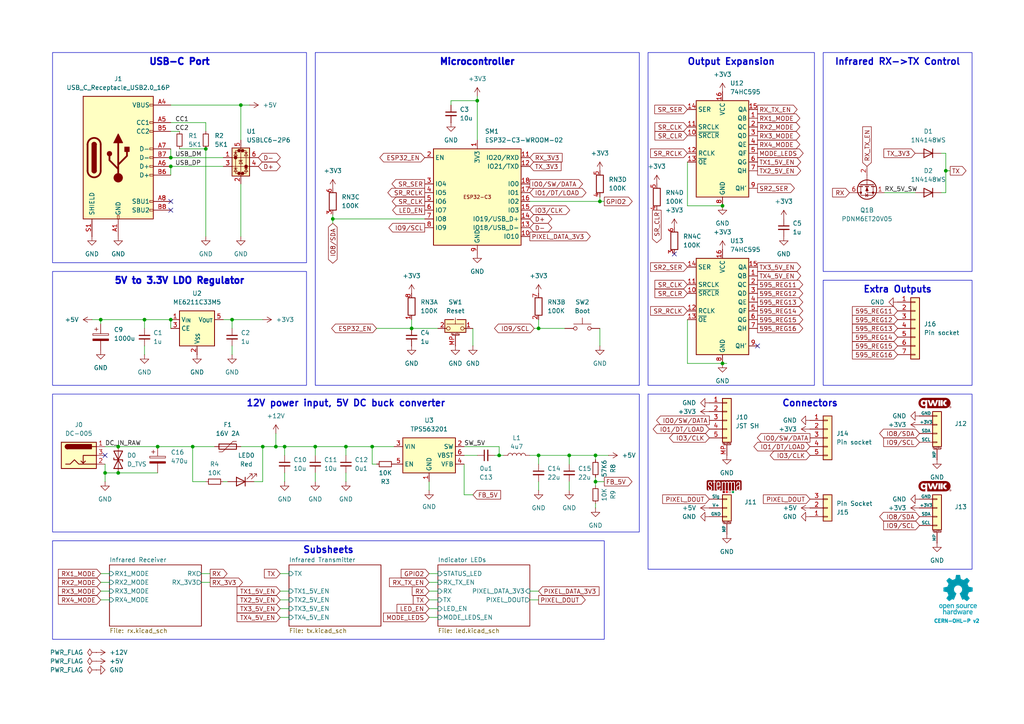
<source format=kicad_sch>
(kicad_sch (version 20231120) (generator "eeschema") (generator_version "8.0")
  (paper "A4")
  (junction (at 209.55 105.41))
  (junction (at 55.88 129.54))
  (junction (at 172.72 139.7))
  (junction (at 49.53 92.71))
  (junction (at 59.69 43.18))
  (junction (at 274.32 49.53))
  (junction (at 91.44 129.54))
  (junction (at 30.48 137.16))
  (junction (at 34.29 137.16))
  (junction (at 96.52 63.5))
  (junction (at 156.21 132.08))
  (junction (at 69.85 30.48))
  (junction (at 209.55 59.69))
  (junction (at 82.55 129.54))
  (junction (at 29.21 92.71))
  (junction (at 67.31 92.71))
  (junction (at 165.1 132.08))
  (junction (at 100.33 129.54))
  (junction (at 119.38 95.25))
  (junction (at 49.53 48.26))
  (junction (at 49.53 45.72))
  (junction (at 45.72 129.54))
  (junction (at 173.99 58.42))
  (junction (at 156.21 95.25))
  (junction (at 80.01 129.54))
  (junction (at 41.91 92.71))
  (junction (at 34.29 129.54))
  (junction (at 172.72 132.08))
  (junction (at 138.43 29.21))
  (junction (at 76.2 129.54))
  (junction (at 107.95 129.54))
  (junction (at 144.78 132.08))
  (no_connect (at 195.58 73.66))
  (no_connect (at 49.53 60.96))
  (no_connect (at 30.48 132.08))
  (no_connect (at 219.71 100.33))
  (no_connect (at 49.53 58.42))
  (wire (pts (xy 138.43 29.21) (xy 138.43 27.94)))
  (wire (pts (xy 156.21 92.71) (xy 156.21 95.25)))
  (wire (pts (xy 59.69 35.56) (xy 59.69 38.1)))
  (wire (pts (xy 30.48 134.62) (xy 30.48 137.16)))
  (wire (pts (xy 209.55 105.41) (xy 199.39 105.41)))
  (wire (pts (xy 82.55 129.54) (xy 91.44 129.54)))
  (wire (pts (xy 41.91 92.71) (xy 49.53 92.71)))
  (wire (pts (xy 55.88 139.7) (xy 59.69 139.7)))
  (wire (pts (xy 49.53 35.56) (xy 59.69 35.56)))
  (wire (pts (xy 81.28 173.99) (xy 83.82 173.99)))
  (wire (pts (xy 273.05 44.45) (xy 274.32 44.45)))
  (wire (pts (xy 34.29 129.54) (xy 45.72 129.54)))
  (wire (pts (xy 156.21 132.08) (xy 156.21 134.62)))
  (wire (pts (xy 64.77 48.26) (xy 49.53 48.26)))
  (wire (pts (xy 124.46 168.91) (xy 127 168.91)))
  (wire (pts (xy 119.38 95.25) (xy 127 95.25)))
  (wire (pts (xy 172.72 139.7) (xy 172.72 140.97)))
  (wire (pts (xy 58.42 168.91) (xy 60.96 168.91)))
  (wire (pts (xy 100.33 132.08) (xy 100.33 129.54)))
  (wire (pts (xy 29.21 171.45) (xy 31.75 171.45)))
  (wire (pts (xy 156.21 95.25) (xy 163.83 95.25)))
  (wire (pts (xy 165.1 142.24) (xy 165.1 139.7)))
  (wire (pts (xy 165.1 132.08) (xy 172.72 132.08)))
  (wire (pts (xy 124.46 179.07) (xy 127 179.07)))
  (wire (pts (xy 81.28 176.53) (xy 83.82 176.53)))
  (wire (pts (xy 82.55 139.7) (xy 82.55 137.16)))
  (wire (pts (xy 124.46 173.99) (xy 127 173.99)))
  (wire (pts (xy 199.39 59.69) (xy 209.55 59.69)))
  (wire (pts (xy 45.72 129.54) (xy 55.88 129.54)))
  (wire (pts (xy 69.85 68.58) (xy 69.85 53.34)))
  (wire (pts (xy 143.51 132.08) (xy 144.78 132.08)))
  (wire (pts (xy 274.32 49.53) (xy 274.32 55.88)))
  (wire (pts (xy 144.78 132.08) (xy 146.05 132.08)))
  (wire (pts (xy 69.85 30.48) (xy 69.85 40.64)))
  (wire (pts (xy 100.33 129.54) (xy 107.95 129.54)))
  (wire (pts (xy 137.16 100.33) (xy 137.16 95.25)))
  (wire (pts (xy 29.21 92.71) (xy 29.21 93.98)))
  (wire (pts (xy 173.99 57.15) (xy 173.99 58.42)))
  (wire (pts (xy 172.72 138.43) (xy 172.72 139.7)))
  (wire (pts (xy 172.72 139.7) (xy 175.26 139.7)))
  (wire (pts (xy 210.82 105.41) (xy 209.55 105.41)))
  (wire (pts (xy 119.38 92.71) (xy 119.38 95.25)))
  (wire (pts (xy 91.44 132.08) (xy 91.44 129.54)))
  (wire (pts (xy 67.31 95.25) (xy 67.31 92.71)))
  (wire (pts (xy 134.62 143.51) (xy 137.16 143.51)))
  (wire (pts (xy 256.54 55.88) (xy 265.43 55.88)))
  (wire (pts (xy 80.01 129.54) (xy 82.55 129.54)))
  (wire (pts (xy 76.2 92.71) (xy 67.31 92.71)))
  (wire (pts (xy 91.44 139.7) (xy 91.44 137.16)))
  (wire (pts (xy 41.91 100.33) (xy 41.91 102.87)))
  (wire (pts (xy 199.39 46.99) (xy 199.39 59.69)))
  (wire (pts (xy 156.21 142.24) (xy 156.21 139.7)))
  (wire (pts (xy 153.67 132.08) (xy 156.21 132.08)))
  (wire (pts (xy 49.53 43.18) (xy 49.53 45.72)))
  (wire (pts (xy 30.48 137.16) (xy 34.29 137.16)))
  (wire (pts (xy 55.88 129.54) (xy 55.88 139.7)))
  (wire (pts (xy 154.94 95.25) (xy 156.21 95.25)))
  (wire (pts (xy 96.52 62.23) (xy 96.52 63.5)))
  (wire (pts (xy 81.28 166.37) (xy 83.82 166.37)))
  (wire (pts (xy 29.21 168.91) (xy 31.75 168.91)))
  (wire (pts (xy 109.22 95.25) (xy 119.38 95.25)))
  (wire (pts (xy 274.32 49.53) (xy 275.59 49.53)))
  (wire (pts (xy 76.2 139.7) (xy 73.66 139.7)))
  (wire (pts (xy 34.29 137.16) (xy 45.72 137.16)))
  (wire (pts (xy 49.53 48.26) (xy 49.53 50.8)))
  (wire (pts (xy 130.81 29.21) (xy 138.43 29.21)))
  (wire (pts (xy 153.67 58.42) (xy 173.99 58.42)))
  (wire (pts (xy 173.99 58.42) (xy 175.26 58.42)))
  (wire (pts (xy 67.31 92.71) (xy 64.77 92.71)))
  (wire (pts (xy 29.21 92.71) (xy 26.67 92.71)))
  (wire (pts (xy 96.52 64.77) (xy 96.52 63.5)))
  (wire (pts (xy 156.21 171.45) (xy 153.67 171.45)))
  (wire (pts (xy 55.88 129.54) (xy 62.23 129.54)))
  (wire (pts (xy 69.85 129.54) (xy 76.2 129.54)))
  (wire (pts (xy 82.55 132.08) (xy 82.55 129.54)))
  (wire (pts (xy 124.46 176.53) (xy 127 176.53)))
  (wire (pts (xy 67.31 100.33) (xy 67.31 102.87)))
  (wire (pts (xy 76.2 129.54) (xy 80.01 129.54)))
  (wire (pts (xy 156.21 173.99) (xy 153.67 173.99)))
  (wire (pts (xy 91.44 129.54) (xy 100.33 129.54)))
  (wire (pts (xy 29.21 166.37) (xy 31.75 166.37)))
  (wire (pts (xy 49.53 30.48) (xy 69.85 30.48)))
  (wire (pts (xy 64.77 139.7) (xy 66.04 139.7)))
  (wire (pts (xy 30.48 137.16) (xy 30.48 139.7)))
  (wire (pts (xy 134.62 129.54) (xy 144.78 129.54)))
  (wire (pts (xy 134.62 132.08) (xy 138.43 132.08)))
  (wire (pts (xy 138.43 29.21) (xy 138.43 40.64)))
  (wire (pts (xy 30.48 129.54) (xy 34.29 129.54)))
  (wire (pts (xy 52.07 43.18) (xy 59.69 43.18)))
  (wire (pts (xy 29.21 173.99) (xy 31.75 173.99)))
  (wire (pts (xy 96.52 63.5) (xy 123.19 63.5)))
  (wire (pts (xy 64.77 45.72) (xy 49.53 45.72)))
  (wire (pts (xy 173.99 100.33) (xy 173.99 95.25)))
  (wire (pts (xy 59.69 43.18) (xy 59.69 68.58)))
  (wire (pts (xy 172.72 147.32) (xy 172.72 146.05)))
  (wire (pts (xy 274.32 44.45) (xy 274.32 49.53)))
  (wire (pts (xy 156.21 132.08) (xy 165.1 132.08)))
  (wire (pts (xy 144.78 129.54) (xy 144.78 132.08)))
  (wire (pts (xy 41.91 95.25) (xy 41.91 92.71)))
  (wire (pts (xy 81.28 171.45) (xy 83.82 171.45)))
  (wire (pts (xy 72.39 30.48) (xy 69.85 30.48)))
  (wire (pts (xy 76.2 129.54) (xy 76.2 139.7)))
  (wire (pts (xy 107.95 134.62) (xy 109.22 134.62)))
  (wire (pts (xy 134.62 134.62) (xy 134.62 143.51)))
  (wire (pts (xy 107.95 134.62) (xy 107.95 129.54)))
  (wire (pts (xy 172.72 132.08) (xy 176.53 132.08)))
  (wire (pts (xy 81.28 179.07) (xy 83.82 179.07)))
  (wire (pts (xy 41.91 92.71) (xy 29.21 92.71)))
  (wire (pts (xy 100.33 139.7) (xy 100.33 137.16)))
  (wire (pts (xy 58.42 166.37) (xy 60.96 166.37)))
  (wire (pts (xy 130.81 30.48) (xy 130.81 29.21)))
  (wire (pts (xy 80.01 125.73) (xy 80.01 129.54)))
  (wire (pts (xy 172.72 133.35) (xy 172.72 132.08)))
  (wire (pts (xy 124.46 142.24) (xy 124.46 139.7)))
  (wire (pts (xy 273.05 55.88) (xy 274.32 55.88)))
  (wire (pts (xy 124.46 171.45) (xy 127 171.45)))
  (wire (pts (xy 52.07 38.1) (xy 49.53 38.1)))
  (wire (pts (xy 124.46 166.37) (xy 127 166.37)))
  (wire (pts (xy 107.95 129.54) (xy 114.3 129.54)))
  (wire (pts (xy 165.1 134.62) (xy 165.1 132.08)))
  (wire (pts (xy 199.39 105.41) (xy 199.39 92.71)))
  (wire (pts (xy 49.53 92.71) (xy 49.53 95.25)))
  (image (at 277.876 172.466) (scale 0.1691))
  (text_box "5V to 3.3V LDO Regulator" (at 88.9 78.74 0) (size -73.66 33.02) (effects (font (size 1.905 1.905) (thickness 0.508) (bold yes)) (justify top)))
  (text_box "Connectors" (at 187.96 114.3 0) (size 93.98 50.8) (effects (font (size 1.905 1.905) (thickness 0.381) (bold yes)) (justify top)))
  (text_box "Output Expansion" (at 187.96 15.24 0) (size 48.26 96.52) (effects (font (size 1.905 1.905) (thickness 0.381) (bold yes)) (justify top)))
  (text_box "12V power input, 5V DC buck converter" (at 15.24 114.3 0) (size 170.18 40.005) (effects (font (size 1.905 1.905) (thickness 0.381) (bold yes)) (justify top)))
  (text_box "Infrared RX->TX Control" (at 238.76 15.24 0) (size 43.18 63.5) (effects (font (size 1.905 1.905) (thickness 0.381) (bold yes)) (justify top)))
  (text_box "Subsheets" (at 15.24 156.845 0) (size 160.02 28.575) (effects (font (size 1.905 1.905) (thickness 0.381) (bold yes)) (justify top)))
  (text_box "USB-C Port" (at 15.24 15.24 0) (size 73.66 60.96) (effects (font (size 1.905 1.905) (thickness 0.508) (bold yes)) (justify top)))
  (text_box "Microcontroller" (at 91.44 15.24 0) (size 93.98 96.52) (effects (font (size 1.905 1.905) (thickness 0.508) (bold yes)) (justify top)))
  (text_box "Extra Outputs" (at 238.76 81.28 0) (size 43.18 30.48) (effects (font (size 1.905 1.905) (thickness 0.381) (bold yes)) (justify top)))
  (text "CERN-OHL-P v2" (at 277.495 180.34 0) (effects (font (size 1.016 1.016) (thickness 0.4) (bold yes))))
  (label "SW_5V" (at 134.62 129.54 0))
  (label "RX_5V_SW" (at 256.54 55.88 0))
  (label "USB_DP" (at 50.8 48.26 0))
  (label "CC2" (at 50.8 38.1 0))
  (label "DC_IN_RAW" (at 30.48 129.54 0))
  (label "USB_DM" (at 50.8 45.72 0))
  (label "CC1" (at 50.8 35.56 0))
  (global_label "IO9/SCL" (shape bidirectional) (at 154.94 95.25 180) (property "Intersheetrefs" "${INTERSHEET_REFS}" (effects (hide yes))))
  (global_label "595_REG13" (shape output) (at 219.71 87.63 0) (property "Intersheetrefs" "${INTERSHEET_REFS}" (effects (hide yes))))
  (global_label "595_REG12" (shape output) (at 219.71 85.09 0) (property "Intersheetrefs" "${INTERSHEET_REFS}" (effects (hide yes))))
  (global_label "IO0/SW/DATA" (shape output) (at 153.67 53.34 0) (property "Intersheetrefs" "${INTERSHEET_REFS}" (effects (hide yes))))
  (global_label "RX_3V3" (shape output) (at 60.96 168.91 0) (property "Intersheetrefs" "${INTERSHEET_REFS}" (effects (hide yes))))
  (global_label "SR2_SER" (shape input) (at 199.39 77.47 180) (property "Intersheetrefs" "${INTERSHEET_REFS}" (effects (hide yes))))
  (global_label "RX_TX_EN" (shape input) (at 124.46 168.91 180) (property "Intersheetrefs" "${INTERSHEET_REFS}" (effects (hide yes))))
  (global_label "FB_5V" (shape output) (at 175.26 139.7 0) (property "Intersheetrefs" "${INTERSHEET_REFS}" (effects (hide yes))))
  (global_label "RX3_MODE" (shape output) (at 219.71 39.37 0) (property "Intersheetrefs" "${INTERSHEET_REFS}" (effects (hide yes))))
  (global_label "LED_EN" (shape input) (at 124.46 176.53 180) (property "Intersheetrefs" "${INTERSHEET_REFS}" (effects (hide yes))))
  (global_label "MODE_LEDS" (shape input) (at 124.46 179.07 180) (property "Intersheetrefs" "${INTERSHEET_REFS}" (effects (hide yes))))
  (global_label "IO0/SW/DATA" (shape output) (at 205.74 121.92 180) (property "Intersheetrefs" "${INTERSHEET_REFS}" (effects (hide yes))))
  (global_label "RX" (shape input) (at 124.46 171.45 180) (property "Intersheetrefs" "${INTERSHEET_REFS}" (effects (hide yes))))
  (global_label "595_REG15" (shape output) (at 219.71 92.71 0) (property "Intersheetrefs" "${INTERSHEET_REFS}" (effects (hide yes))))
  (global_label "MODE_LEDS" (shape output) (at 219.71 44.45 0) (property "Intersheetrefs" "${INTERSHEET_REFS}" (effects (hide yes))))
  (global_label "595_REG14" (shape input) (at 260.35 97.79 180) (property "Intersheetrefs" "${INTERSHEET_REFS}" (effects (hide yes))))
  (global_label "PIXEL_DOUT" (shape input) (at 234.95 144.78 180) (property "Intersheetrefs" "${INTERSHEET_REFS}" (effects (hide yes))))
  (global_label "PIXEL_DOUT" (shape input) (at 205.74 144.78 180) (property "Intersheetrefs" "${INTERSHEET_REFS}" (effects (hide yes))))
  (global_label "RX_3V3" (shape input) (at 153.67 45.72 0) (property "Intersheetrefs" "${INTERSHEET_REFS}" (effects (hide yes))))
  (global_label "TX" (shape input) (at 81.28 166.37 180) (property "Intersheetrefs" "${INTERSHEET_REFS}" (effects (hide yes))))
  (global_label "595_REG11" (shape output) (at 219.71 82.55 0) (property "Intersheetrefs" "${INTERSHEET_REFS}" (effects (hide yes))))
  (global_label "595_REG14" (shape output) (at 219.71 90.17 0) (property "Intersheetrefs" "${INTERSHEET_REFS}" (effects (hide yes))))
  (global_label "TX_3V3" (shape input) (at 265.43 44.45 180) (property "Intersheetrefs" "${INTERSHEET_REFS}" (effects (hide yes))))
  (global_label "TX2_5V_EN" (shape input) (at 81.28 173.99 180) (property "Intersheetrefs" "${INTERSHEET_REFS}" (effects (hide yes))))
  (global_label "TX3_5V_EN" (shape output) (at 219.71 77.47 0) (property "Intersheetrefs" "${INTERSHEET_REFS}" (effects (hide yes))))
  (global_label "PIXEL_DOUT" (shape output) (at 156.21 173.99 0) (property "Intersheetrefs" "${INTERSHEET_REFS}" (effects (hide yes))))
  (global_label "595_REG15" (shape input) (at 260.35 100.33 180) (property "Intersheetrefs" "${INTERSHEET_REFS}" (effects (hide yes))))
  (global_label "RX1_MODE" (shape input) (at 29.21 166.37 180) (property "Intersheetrefs" "${INTERSHEET_REFS}" (effects (hide yes))))
  (global_label "IO8/SDA" (shape bidirectional) (at 266.7 125.73 180) (property "Intersheetrefs" "${INTERSHEET_REFS}" (effects (hide yes))))
  (global_label "IO1/DT/LOAD" (shape bidirectional) (at 205.74 124.46 180) (property "Intersheetrefs" "${INTERSHEET_REFS}" (effects (hide yes))))
  (global_label "RX2_MODE" (shape input) (at 29.21 168.91 180) (property "Intersheetrefs" "${INTERSHEET_REFS}" (effects (hide yes))))
  (global_label "RX" (shape input) (at 246.38 55.88 180) (property "Intersheetrefs" "${INTERSHEET_REFS}" (effects (hide yes))))
  (global_label "GPIO2" (shape output) (at 175.26 58.42 0) (property "Intersheetrefs" "${INTERSHEET_REFS}" (effects (hide yes))))
  (global_label "SR_SER" (shape output) (at 123.19 53.34 180) (property "Intersheetrefs" "${INTERSHEET_REFS}" (effects (hide yes))))
  (global_label "D+" (shape bidirectional) (at 74.93 48.26 0) (property "Intersheetrefs" "${INTERSHEET_REFS}" (effects (hide yes))))
  (global_label "PIXEL_DATA_3V3" (shape input) (at 156.21 171.45 0) (property "Intersheetrefs" "${INTERSHEET_REFS}" (effects (hide yes))))
  (global_label "TX2_5V_EN" (shape output) (at 219.71 49.53 0) (property "Intersheetrefs" "${INTERSHEET_REFS}" (effects (hide yes))))
  (global_label "IO9/SCL" (shape input) (at 266.7 152.4 180) (property "Intersheetrefs" "${INTERSHEET_REFS}" (effects (hide yes))))
  (global_label "595_REG16" (shape output) (at 219.71 95.25 0) (property "Intersheetrefs" "${INTERSHEET_REFS}" (effects (hide yes))))
  (global_label "IO1/DT/LOAD" (shape bidirectional) (at 153.67 55.88 0) (property "Intersheetrefs" "${INTERSHEET_REFS}" (effects (hide yes))))
  (global_label "SR_CLK" (shape input) (at 199.39 82.55 180) (property "Intersheetrefs" "${INTERSHEET_REFS}" (effects (hide yes))))
  (global_label "FB_5V" (shape input) (at 137.16 143.51 0) (property "Intersheetrefs" "${INTERSHEET_REFS}" (effects (hide yes))))
  (global_label "PIXEL_DATA_3V3" (shape output) (at 153.67 68.58 0) (property "Intersheetrefs" "${INTERSHEET_REFS}" (effects (hide yes))))
  (global_label "RX4_MODE" (shape output) (at 219.71 41.91 0) (property "Intersheetrefs" "${INTERSHEET_REFS}" (effects (hide yes))))
  (global_label "SR_CLR" (shape input) (at 199.39 85.09 180) (property "Intersheetrefs" "${INTERSHEET_REFS}" (effects (hide yes))))
  (global_label "IO8/SDA" (shape bidirectional) (at 266.7 149.86 180) (property "Intersheetrefs" "${INTERSHEET_REFS}" (effects (hide yes))))
  (global_label "SR_RCLK" (shape input) (at 199.39 90.17 180) (property "Intersheetrefs" "${INTERSHEET_REFS}" (effects (hide yes))))
  (global_label "TX" (shape output) (at 275.59 49.53 0) (property "Intersheetrefs" "${INTERSHEET_REFS}" (effects (hide yes))))
  (global_label "IO3/CLK" (shape bidirectional) (at 153.67 60.96 0) (property "Intersheetrefs" "${INTERSHEET_REFS}" (effects (hide yes))))
  (global_label "TX3_5V_EN" (shape input) (at 81.28 176.53 180) (property "Intersheetrefs" "${INTERSHEET_REFS}" (effects (hide yes))))
  (global_label "IO9/SCL" (shape output) (at 123.19 66.04 180) (property "Intersheetrefs" "${INTERSHEET_REFS}" (effects (hide yes))))
  (global_label "RX" (shape output) (at 60.96 166.37 0) (property "Intersheetrefs" "${INTERSHEET_REFS}" (effects (hide yes))))
  (global_label "IO9/SCL" (shape input) (at 266.7 128.27 180) (property "Intersheetrefs" "${INTERSHEET_REFS}" (effects (hide yes))))
  (global_label "IO8/SDA" (shape bidirectional) (at 96.52 64.77 270) (property "Intersheetrefs" "${INTERSHEET_REFS}" (effects (hide yes))))
  (global_label "IO1/DT/LOAD" (shape bidirectional) (at 234.95 129.54 180) (property "Intersheetrefs" "${INTERSHEET_REFS}" (effects (hide yes))))
  (global_label "D+" (shape bidirectional) (at 153.67 63.5 0) (property "Intersheetrefs" "${INTERSHEET_REFS}" (effects (hide yes))))
  (global_label "595_REG11" (shape input) (at 260.35 90.17 180) (property "Intersheetrefs" "${INTERSHEET_REFS}" (effects (hide yes))))
  (global_label "TX1_5V_EN" (shape output) (at 219.71 46.99 0) (property "Intersheetrefs" "${INTERSHEET_REFS}" (effects (hide yes))))
  (global_label "SR_SER" (shape input) (at 199.39 31.75 180) (property "Intersheetrefs" "${INTERSHEET_REFS}" (effects (hide yes))))
  (global_label "RX4_MODE" (shape input) (at 29.21 173.99 180) (property "Intersheetrefs" "${INTERSHEET_REFS}" (effects (hide yes))))
  (global_label "IO0/SW/DATA" (shape output) (at 234.95 127 180) (property "Intersheetrefs" "${INTERSHEET_REFS}" (effects (hide yes))))
  (global_label "RX3_MODE" (shape input) (at 29.21 171.45 180) (property "Intersheetrefs" "${INTERSHEET_REFS}" (effects (hide yes))))
  (global_label "SR_CLK" (shape input) (at 199.39 36.83 180) (property "Intersheetrefs" "${INTERSHEET_REFS}" (effects (hide yes))))
  (global_label "595_REG13" (shape input) (at 260.35 95.25 180) (property "Intersheetrefs" "${INTERSHEET_REFS}" (effects (hide yes))))
  (global_label "GPIO2" (shape input) (at 124.46 166.37 180) (property "Intersheetrefs" "${INTERSHEET_REFS}" (effects (hide yes))))
  (global_label "RX1_MODE" (shape output) (at 219.71 34.29 0) (property "Intersheetrefs" "${INTERSHEET_REFS}" (effects (hide yes))))
  (global_label "D-" (shape bidirectional) (at 153.67 66.04 0) (property "Intersheetrefs" "${INTERSHEET_REFS}" (effects (hide yes))))
  (global_label "D-" (shape bidirectional) (at 74.93 45.72 0) (property "Intersheetrefs" "${INTERSHEET_REFS}" (effects (hide yes))))
  (global_label "TX" (shape input) (at 124.46 173.99 180) (property "Intersheetrefs" "${INTERSHEET_REFS}" (effects (hide yes))))
  (global_label "IO3/CLK" (shape bidirectional) (at 234.95 132.08 180) (property "Intersheetrefs" "${INTERSHEET_REFS}" (effects (hide yes))))
  (global_label "595_REG12" (shape input) (at 260.35 92.71 180) (property "Intersheetrefs" "${INTERSHEET_REFS}" (effects (hide yes))))
  (global_label "IO3/CLK" (shape bidirectional) (at 205.74 127 180) (property "Intersheetrefs" "${INTERSHEET_REFS}" (effects (hide yes))))
  (global_label "SR_RCLK" (shape input) (at 199.39 44.45 180) (property "Intersheetrefs" "${INTERSHEET_REFS}" (effects (hide yes))))
  (global_label "RX_TX_EN" (shape output) (at 219.71 31.75 0) (property "Intersheetrefs" "${INTERSHEET_REFS}" (effects (hide yes))))
  (global_label "ESP32_EN" (shape bidirectional) (at 109.22 95.25 180) (property "Intersheetrefs" "${INTERSHEET_REFS}" (effects (hide yes))))
  (global_label "RX_TX_EN" (shape input) (at 251.46 48.26 90) (property "Intersheetrefs" "${INTERSHEET_REFS}" (effects (hide yes))))
  (global_label "SR_RCLK" (shape output) (at 123.19 55.88 180) (property "Intersheetrefs" "${INTERSHEET_REFS}" (effects (hide yes))))
  (global_label "RX2_MODE" (shape output) (at 219.71 36.83 0) (property "Intersheetrefs" "${INTERSHEET_REFS}" (effects (hide yes))))
  (global_label "TX4_5V_EN" (shape input) (at 81.28 179.07 180) (property "Intersheetrefs" "${INTERSHEET_REFS}" (effects (hide yes))))
  (global_label "TX4_5V_EN" (shape output) (at 219.71 80.01 0) (property "Intersheetrefs" "${INTERSHEET_REFS}" (effects (hide yes))))
  (global_label "LED_EN" (shape output) (at 123.19 60.96 180) (property "Intersheetrefs" "${INTERSHEET_REFS}" (effects (hide yes))))
  (global_label "TX1_5V_EN" (shape input) (at 81.28 171.45 180) (property "Intersheetrefs" "${INTERSHEET_REFS}" (effects (hide yes))))
  (global_label "TX_3V3" (shape input) (at 153.67 48.26 0) (property "Intersheetrefs" "${INTERSHEET_REFS}" (effects (hide yes))))
  (global_label "SR2_SER" (shape output) (at 219.71 54.61 0) (property "Intersheetrefs" "${INTERSHEET_REFS}" (effects (hide yes))))
  (global_label "595_REG16" (shape input) (at 260.35 102.87 180) (property "Intersheetrefs" "${INTERSHEET_REFS}" (effects (hide yes))))
  (global_label "SR_CLK" (shape output) (at 123.19 58.42 180) (property "Intersheetrefs" "${INTERSHEET_REFS}" (effects (hide yes))))
  (global_label "SR_CLR" (shape output) (at 190.5 60.96 270) (property "Intersheetrefs" "${INTERSHEET_REFS}" (effects (hide yes))))
  (global_label "ESP32_EN" (shape bidirectional) (at 123.19 45.72 180) (property "Intersheetrefs" "${INTERSHEET_REFS}" (effects (hide yes))))
  (global_label "SR_CLR" (shape input) (at 199.39 39.37 180) (property "Intersheetrefs" "${INTERSHEET_REFS}" (effects (hide yes))))
  (symbol (lib_id "power:GND") (at 59.69 68.58 0) (unit 1)
    (property "Reference" "#PWR01" (effects (hide yes)))
    (property "Value" "GND" (at 59.69 73.66 0))
    (property "Description" "Power symbol creates a global label with name \"GND\" , ground" (effects (hide yes)))
  )
  (symbol (lib_id "power:GND") (at 209.55 105.41 0) (unit 1)
    (property "Reference" "#PWR0117" (effects (hide yes)))
    (property "Value" "GND" (at 209.55 110.49 0))
    (property "Description" "Power symbol creates a global label with name \"GND\" , ground" (effects (hide yes)))
  )
  (symbol (lib_id "power:VCC") (at 173.99 49.53 0) (unit 1)
    (property "Reference" "#PWR014" (effects (hide yes)))
    (property "Value" "+3V3" (at 173.99 44.45 0))
    (property "Description" "Power symbol creates a global label with name \"VCC\"" (effects (hide yes)))
  )
  (symbol (lib_id "Device:C_Small") (at 100.33 134.62 0) (unit 1)
    (property "Reference" "C12" (at 102.87 133.3562 0) (effects (justify left)))
    (property "Value" "0u1" (at 102.87 135.8962 0) (effects (justify left)))
    (property "Footprint" "discrete:C_0603_1608Metric" (effects (hide yes)))
    (property "Description" "Unpolarized capacitor, small symbol" (effects (hide yes)))
  )
  (symbol (lib_id "power:GND") (at 156.21 142.24 0) (unit 1)
    (property "Reference" "#PWR035" (effects (hide yes)))
    (property "Value" "GND" (at 156.21 147.32 0))
    (property "Description" "Power symbol creates a global label with name \"GND\" , ground" (effects (hide yes)))
  )
  (symbol (lib_id "Power_Protection:USBLC6-2P6") (at 69.85 45.72 0) (unit 1)
    (property "Reference" "U1" (at 71.5011 38.1 0) (effects (justify left)))
    (property "Value" "USBLC6-2P6" (at 71.5011 40.64 0) (effects (justify left)))
    (property "Footprint" "Package_TO_SOT_SMD:SOT-666" (effects (hide yes)))
    (property "Datasheet" "https://www.st.com/resource/en/datasheet/usblc6-2.pdf" (effects (hide yes)))
    (property "Description" "Very low capacitance ESD protection diode, 2 data-line, SOT-666" (effects (hide yes)))
    (property "LCSC Part" "C29780639" (effects (hide yes)))
  )
  (symbol (lib_id "Diode:1N4148WS") (at 269.24 55.88 180) (unit 1)
    (property "Reference" "D2" (at 269.24 49.53 0))
    (property "Value" "1N4148WS" (at 269.24 52.07 0))
    (property "Footprint" "package:D_SOD-323" (effects (hide yes)))
    (property "Datasheet" "https://www.vishay.com/docs/85751/1n4148ws.pdf" (effects (hide yes)))
    (property "Description" "75V 0.15A Fast switching Diode, SOD-323" (effects (hide yes)))
    (property "Sim.Device" "D" (effects (hide yes)))
    (property "Sim.Pins" "1=K 2=A" (effects (hide yes)))
  )
  (symbol (lib_id "Device:C_Small") (at 41.91 97.79 0) (unit 1)
    (property "Reference" "C1" (at 44.45 96.5262 0) (effects (justify left)))
    (property "Value" "1u" (at 44.45 99.0662 0) (effects (justify left)))
    (property "Footprint" "discrete:C_0603_1608Metric" (effects (hide yes)))
    (property "Description" "Unpolarized capacitor, small symbol" (effects (hide yes)))
  )
  (symbol (lib_id "Device:Polyfuse") (at 66.04 129.54 90) (unit 1)
    (property "Reference" "F1" (at 66.04 123.19 90))
    (property "Value" "16V 2A" (at 66.04 125.73 90))
    (property "Footprint" "discrete:Fuse_1206_3216Metric" (effects (hide yes)))
    (property "Datasheet" "https://www.lcsc.com/datasheet/lcsc_datasheet_2410122003_Shenzhen-JDT-Fuse-ASMD1206-200-16V_C2982271.pdf" (effects (hide yes)))
    (property "Description" "Resettable fuse, polymeric positive temperature coefficient" (effects (hide yes)))
    (property "LCSC Part" "C2982271" (effects (hide yes)))
  )
  (symbol (lib_id "module:ESP32-C3-WROOM-02") (at 138.43 57.15 0) (unit 1)
    (property "Reference" "SM1" (at 140.6241 38.1 0) (effects (justify left)))
    (property "Value" "ESP32-C3-WROOM-02" (at 140.6241 40.64 0) (effects (justify left)))
    (property "Footprint" "module:ESP32-C3-WROOM-02" (effects (hide yes)))
    (property "Datasheet" "https://www.espressif.com/sites/default/files/documentation/esp32-c3-wroom-02_datasheet_en.pdf" (effects (hide yes)))
    (property "Description" "802.11 b/g/n Wi­Fi and Bluetooth 5 module, ESP32­C3 SoC, RISC­V microprocessor, On-board antenna" (effects (hide yes)))
  )
  (symbol (lib_id "Device:C_Small") (at 140.97 132.08 90) (mirror x) (unit 1)
    (property "Reference" "C13" (at 140.9763 138.43 90))
    (property "Value" "0u1" (at 140.9763 135.89 90))
    (property "Footprint" "discrete:C_0603_1608Metric" (effects (hide yes)))
    (property "Description" "Unpolarized capacitor, small symbol" (effects (hide yes)))
  )
  (symbol (lib_id "Device:C_Small") (at 130.81 33.02 0) (unit 1)
    (property "Reference" "C3" (at 133.35 31.7562 0) (effects (justify left)))
    (property "Value" "10u" (at 133.35 34.2962 0) (effects (justify left)))
    (property "Footprint" "discrete:C_0603_1608Metric" (effects (hide yes)))
    (property "Description" "Unpolarized capacitor, small symbol" (effects (hide yes)))
  )
  (symbol (lib_id "power:GND") (at 271.78 133.35 0) (unit 1)
    (property "Reference" "#PWR099" (effects (hide yes)))
    (property "Value" "GND" (at 271.78 138.43 0))
    (property "Description" "Power symbol creates a global label with name \"GND\" , ground" (effects (hide yes)))
  )
  (symbol (lib_id "Device:R_Pack04_Split") (at 173.99 53.34 0) (unit 4)
    (property "Reference" "RN3" (at 176.53 52.0699 0) (effects (justify left)))
    (property "Value" "100K" (at 176.53 54.6099 0) (effects (justify left)))
    (property "Footprint" "discrete:R_Array_Convex_4x0603_HandSolder" (effects (hide yes)))
    (property "Description" "4 resistor network, parallel topology, split" (effects (hide yes)))
    (property "LCSC Part" "C110374" (effects (hide yes)))
  )
  (symbol (lib_id "connector:Qwiic") (at 271.78 123.19 0) (unit 1)
    (property "Reference" "J12" (at 276.86 122.8793 0) (effects (justify left)))
    (property "Value" "Qwiic" (effects (hide yes)))
    (property "Footprint" "connector:Qwiic-SMD-horizontal-logo" (effects (hide yes)))
    (property "Datasheet" "https://www.sparkfun.com/qwiic" (effects (hide yes)))
    (property "Description" "Qwiic connector, JST SH 1.0mm 1x04" (effects (hide yes)))
    (property "LCSC Part" "C19270571" (effects (hide yes)))
  )
  (symbol (lib_id "power:VCC") (at 205.74 119.38 90) (unit 1)
    (property "Reference" "#PWR0102" (effects (hide yes)))
    (property "Value" "+3V3" (at 201.93 119.3799 90) (effects (justify left)))
    (property "Description" "Power symbol creates a global label with name \"VCC\"" (effects (hide yes)))
  )
  (symbol (lib_id "Device:R_Small") (at 172.72 135.89 0) (mirror x) (unit 1)
    (property "Reference" "R8" (at 177.8 135.89 90))
    (property "Value" "57K6" (at 175.26 135.89 90))
    (property "Footprint" "Resistor_SMD:R_0603_1608Metric" (effects (hide yes)))
    (property "Description" "Resistor, small symbol" (effects (hide yes)))
  )
  (symbol (lib_id "power:GND") (at 234.95 121.92 270) (unit 1)
    (property "Reference" "#PWR0118" (effects (hide yes)))
    (property "Value" "GND" (at 231.14 121.9199 90) (effects (justify right)))
    (property "Description" "Power symbol creates a global label with name \"GND\" , ground" (effects (hide yes)))
  )
  (symbol (lib_id "74xx:74HC595") (at 209.55 41.91 0) (unit 1)
    (property "Reference" "U12" (at 211.7441 24.13 0) (effects (justify left)))
    (property "Value" "74HC595" (at 211.7441 26.67 0) (effects (justify left)))
    (property "Footprint" "Package_SO:SOIC-16_3.9x9.9mm_P1.27mm" (effects (hide yes)))
    (property "Datasheet" "http://www.ti.com/lit/ds/symlink/sn74hc595.pdf" (effects (hide yes)))
    (property "Description" "8-bit serial in/out Shift Register 3-State Outputs" (effects (hide yes)))
  )
  (symbol (lib_id "power:VCC") (at 27.94 189.23 270) (unit 1)
    (property "Reference" "#PWR059" (effects (hide yes)))
    (property "Value" "+12V" (at 31.75 189.2299 90) (effects (justify left)))
    (property "Description" "Power symbol creates a global label with name \"VCC\"" (effects (hide yes)))
  )
  (symbol (lib_id "power:VCC") (at 266.7 147.32 90) (unit 1)
    (property "Reference" "#PWR0109" (effects (hide yes)))
    (property "Value" "+3V3" (at 262.89 147.3199 90) (effects (justify left)))
    (property "Description" "Power symbol creates a global label with name \"VCC\"" (effects (hide yes)))
  )
  (symbol (lib_id "power:+3V3") (at 209.55 72.39 0) (mirror y) (unit 1)
    (property "Reference" "#PWR0116" (effects (hide yes)))
    (property "Value" "+3V3" (at 209.55 67.31 0))
    (property "Description" "Power symbol creates a global label with name \"+3V3\"" (effects (hide yes)))
  )
  (symbol (lib_id "power:GND") (at 29.21 101.6 0) (unit 1)
    (property "Reference" "#PWR063" (effects (hide yes)))
    (property "Value" "GND" (at 29.21 106.68 0))
    (property "Description" "Power symbol creates a global label with name \"GND\" , ground" (effects (hide yes)))
  )
  (symbol (lib_id "Switch:SW_Push") (at 168.91 95.25 0) (unit 1)
    (property "Reference" "SW2" (at 168.91 87.63 0))
    (property "Value" "Boot" (at 168.91 90.17 0))
    (property "Footprint" "Button_Switch_SMD:SW_SPST_TL3342" (effects (hide yes)))
    (property "Description" "Push button switch, generic, two pins" (effects (hide yes)))
  )
  (symbol (lib_id "Connector_Generic_MountingPin:Conn_01x05_MountingPin") (at 210.82 121.92 0) (unit 1)
    (property "Reference" "J10" (at 213.36 121.0055 0) (effects (justify left)))
    (property "Value" "JST SH" (at 213.36 123.5455 0) (effects (justify left)))
    (property "Footprint" "connector:JST_SH_SM05B-SRSS-TB_1x05-1MP_P1.00mm_Horizontal" (effects (hide yes)))
    (property "Description" "Generic connectable mounting pin connector, single row, 01x05, script generated (kicad-library-utils/schlib/autogen/connector/)" (effects (hide yes)))
    (property "LCSC Part" "C7433426" (effects (hide yes)))
  )
  (symbol (lib_id "electromechanical:SW_Push_MountingPin") (at 132.08 95.25 0) (mirror y) (unit 1)
    (property "Reference" "SW1" (at 132.08 87.63 0))
    (property "Value" "Reset" (at 132.08 90.17 0))
    (property "Footprint" "electromechanical:SW_Push_1P1T-MP_NO_4.6x3mm_Horizontal" (effects (hide yes)))
    (property "Description" "Generic push-button switch, two contact pins and mounting pin(s)" (effects (hide yes)))
    (property "LCSC Part" "C2888932" (effects (hide yes)))
  )
  (symbol (lib_id "74xx:74HC595") (at 209.55 87.63 0) (unit 1)
    (property "Reference" "U13" (at 211.7441 69.85 0) (effects (justify left)))
    (property "Value" "74HC595" (at 211.7441 72.39 0) (effects (justify left)))
    (property "Footprint" "Package_SO:SOIC-16_3.9x9.9mm_P1.27mm" (effects (hide yes)))
    (property "Datasheet" "http://www.ti.com/lit/ds/symlink/sn74hc595.pdf" (effects (hide yes)))
    (property "Description" "8-bit serial in/out Shift Register 3-State Outputs" (effects (hide yes)))
  )
  (symbol (lib_id "power:VCC") (at 138.43 27.94 0) (unit 1)
    (property "Reference" "#PWR09" (effects (hide yes)))
    (property "Value" "+3V3" (at 138.43 22.86 0))
    (property "Description" "Power symbol creates a global label with name \"VCC\"" (effects (hide yes)))
  )
  (symbol (lib_id "connector:USB_C_Receptacle_USB2.0_16P_SHOU-HAN_2MD") (at 34.29 45.72 0) (unit 1)
    (property "Reference" "J1" (at 34.29 22.86 0))
    (property "Value" "USB_C_Receptacle_USB2.0_16P" (at 34.29 25.4 0))
    (property "Footprint" "connector:USB_C_Receptacle_GCT_USB4105-xx-A_16P_TopMnt_Horizontal" (effects (hide yes)))
    (property "Datasheet" "https://www.lcsc.com/datasheet/lcsc_datasheet_2111231930_SHOU-HAN-TYPE-C-16PIN-2MD-073_C2765186.pdf" (effects (hide yes)))
    (property "Description" "USB 2.0-only 16P Type-C Receptacle connector, 5 amps" (effects (hide yes)))
    (property "LCSC Part" "C2765186" (effects (hide yes)))
  )
  (symbol (lib_id "Device:C_Small") (at 165.1 137.16 0) (unit 1)
    (property "Reference" "C15" (at 167.64 135.8962 0) (effects (justify left)))
    (property "Value" "22u" (at 167.64 138.4362 0) (effects (justify left)))
    (property "Footprint" "discrete:C_0603_1608Metric" (effects (hide yes)))
    (property "Description" "Unpolarized capacitor, small symbol" (effects (hide yes)))
  )
  (symbol (lib_id "power:GND") (at 57.15 102.87 0) (unit 1)
    (property "Reference" "#PWR08" (effects (hide yes)))
    (property "Value" "GND" (at 57.15 107.95 0))
    (property "Description" "Power symbol creates a global label with name \"GND\" , ground" (effects (hide yes)))
  )
  (symbol (lib_id "power:GND") (at 138.43 73.66 0) (unit 1)
    (property "Reference" "#PWR011" (effects (hide yes)))
    (property "Value" "GND" (at 138.43 78.74 0))
    (property "Description" "Power symbol creates a global label with name \"GND\" , ground" (effects (hide yes)))
  )
  (symbol (lib_id "power:VCC") (at 176.53 132.08 270) (unit 1)
    (property "Reference" "#PWR041" (effects (hide yes)))
    (property "Value" "+5V" (at 180.34 132.0801 90) (effects (justify left)))
    (property "Description" "Power symbol creates a global label with name \"VCC\"" (effects (hide yes)))
  )
  (symbol (lib_id "power:+3V3") (at 190.5 53.34 0) (mirror y) (unit 1)
    (property "Reference" "#PWR061" (effects (hide yes)))
    (property "Value" "+3V3" (at 190.5 48.26 0))
    (property "Description" "Power symbol creates a global label with name \"+3V3\"" (effects (hide yes)))
  )
  (symbol (lib_id "Device:C_Small") (at 67.31 97.79 0) (unit 1)
    (property "Reference" "C2" (at 69.85 96.5262 0) (effects (justify left)))
    (property "Value" "1u" (at 69.85 99.0662 0) (effects (justify left)))
    (property "Footprint" "discrete:C_0603_1608Metric" (effects (hide yes)))
    (property "Description" "Unpolarized capacitor, small symbol" (effects (hide yes)))
  )
  (symbol (lib_id "power:+3V3") (at 195.58 66.04 0) (mirror y) (unit 1)
    (property "Reference" "#PWR074" (effects (hide yes)))
    (property "Value" "+3V3" (at 195.58 60.96 0))
    (property "Description" "Power symbol creates a global label with name \"+3V3\"" (effects (hide yes)))
  )
  (symbol (lib_id "power:GND") (at 260.35 87.63 270) (unit 1)
    (property "Reference" "#PWR0122" (effects (hide yes)))
    (property "Value" "GND" (at 256.54 87.6299 90) (effects (justify right)))
    (property "Description" "Power symbol creates a global label with name \"GND\" , ground" (effects (hide yes)))
  )
  (symbol (lib_id "power:GND") (at 172.72 147.32 0) (unit 1)
    (property "Reference" "#PWR040" (effects (hide yes)))
    (property "Value" "GND" (at 172.72 152.4 0))
    (property "Description" "Power symbol creates a global label with name \"GND\" , ground" (effects (hide yes)))
  )
  (symbol (lib_id "power:GND") (at 205.74 116.84 270) (unit 1)
    (property "Reference" "#PWR0101" (effects (hide yes)))
    (property "Value" "GND" (at 201.93 116.8399 90) (effects (justify right)))
    (property "Description" "Power symbol creates a global label with name \"GND\" , ground" (effects (hide yes)))
  )
  (symbol (lib_id "Device:R_Small") (at 59.69 40.64 180) (unit 1)
    (property "Reference" "R2" (at 62.23 39.3699 0) (effects (justify right)))
    (property "Value" "5K1" (at 62.23 41.9099 0) (effects (justify right)))
    (property "Footprint" "Resistor_SMD:R_0603_1608Metric" (effects (hide yes)))
    (property "Description" "Resistor, small symbol" (effects (hide yes)))
  )
  (symbol (lib_id "power:GND") (at 210.82 132.08 0) (unit 1)
    (property "Reference" "#PWR0100" (effects (hide yes)))
    (property "Value" "GND" (at 210.82 137.16 0))
    (property "Description" "Power symbol creates a global label with name \"GND\" , ground" (effects (hide yes)))
  )
  (symbol (lib_id "Device:R_Pack04_Split") (at 96.52 58.42 0) (unit 3)
    (property "Reference" "RN3" (at 99.06 57.1499 0) (effects (justify left)))
    (property "Value" "100K" (at 99.06 59.6899 0) (effects (justify left)))
    (property "Footprint" "discrete:R_Array_Convex_4x0603_HandSolder" (effects (hide yes)))
    (property "Description" "4 resistor network, parallel topology, split" (effects (hide yes)))
    (property "LCSC Part" "C110374" (effects (hide yes)))
  )
  (symbol (lib_id "Device:LED") (at 69.85 139.7 180) (unit 1)
    (property "Reference" "LED0" (at 71.4375 132.08 0))
    (property "Value" "Red" (at 71.4375 134.62 0))
    (property "Footprint" "discrete:LED_0402_1005Metric" (effects (hide yes)))
    (property "Description" "Light emitting diode" (effects (hide yes)))
    (property "LCSC Part" "C779449" (effects (hide yes)))
  )
  (symbol (lib_id "Regulator_Linear:ME6211C33M5") (at 57.15 95.25 0) (unit 1)
    (property "Reference" "U2" (at 57.15 85.09 0))
    (property "Value" "ME6211C33M5" (at 57.15 87.63 0))
    (property "Footprint" "Package_TO_SOT_SMD:SOT-23-5" (effects (hide yes)))
    (property "Datasheet" "https://www.lcsc.com/datasheet/lcsc_datasheet_1811131510_MICRONE-Nanjing-Micro-One-Elec-ME6211C33M5G-N_C82942.pdf" (effects (hide yes)))
    (property "Description" "500mA low dropout linear regulator, shutdown pin, 6.5V max input voltage, 3.3V fixed positive output, SOT-23-5" (effects (hide yes)))
    (property "LCSC Part" "C82942" (effects (hide yes)))
  )
  (symbol (lib_id "power:+3V3") (at 209.55 26.67 0) (mirror y) (unit 1)
    (property "Reference" "#PWR0114" (effects (hide yes)))
    (property "Value" "+3V3" (at 209.55 21.59 0))
    (property "Description" "Power symbol creates a global label with name \"+3V3\"" (effects (hide yes)))
  )
  (symbol (lib_id "power:VCC") (at 234.95 147.32 90) (unit 1)
    (property "Reference" "#PWR0120" (effects (hide yes)))
    (property "Value" "+5V" (at 231.14 147.3199 90) (effects (justify left)))
    (property "Description" "Power symbol creates a global label with name \"VCC\"" (effects (hide yes)))
  )
  (symbol (lib_id "power:PWR_FLAG") (at 27.94 189.23 90) (unit 1)
    (property "Reference" "#FLG01" (effects (hide yes)))
    (property "Value" "PWR_FLAG" (at 24.13 189.2299 90) (effects (justify left)))
    (property "Description" "Special symbol for telling ERC where power comes from" (effects (hide yes)))
  )
  (symbol (lib_id "Device:C_Small") (at 227.33 66.04 0) (unit 1)
    (property "Reference" "C5" (at 229.87 64.7762 0) (effects (justify left)))
    (property "Value" "1u" (at 229.87 67.3162 0) (effects (justify left)))
    (property "Footprint" "discrete:C_0603_1608Metric" (effects (hide yes)))
    (property "Description" "Unpolarized capacitor, small symbol" (effects (hide yes)))
  )
  (symbol (lib_id "Regulator_Switching:TPS563200") (at 124.46 132.08 0) (unit 1)
    (property "Reference" "U3" (at 124.46 121.92 0))
    (property "Value" "TPS563201" (at 124.46 124.46 0))
    (property "Footprint" "Package_TO_SOT_SMD:SOT-23-6" (effects (hide yes)))
    (property "Datasheet" "http://www.ti.com/lit/ds/symlink/tps563200.pdf" (effects (hide yes)))
    (property "Description" "3A Synchronous Step-Down Voltage Regulator, Adjustable Output Voltage, 4.5-17V Input Voltage, SOT-23-6" (effects (hide yes)))
    (property "LCSC Part" "C116592" (effects (hide yes)))
  )
  (symbol (lib_id "power:GND") (at 27.94 194.31 90) (unit 1)
    (property "Reference" "#PWR02" (effects (hide yes)))
    (property "Value" "GND" (at 31.75 194.3099 90) (effects (justify right)))
    (property "Description" "Power symbol creates a global label with name \"GND\" , ground" (effects (hide yes)))
  )
  (symbol (lib_id "power:VCC") (at 96.52 54.61 0) (unit 1)
    (property "Reference" "#PWR017" (effects (hide yes)))
    (property "Value" "+3V3" (at 96.52 49.53 0))
    (property "Description" "Power symbol creates a global label with name \"VCC\"" (effects (hide yes)))
  )
  (symbol (lib_id "power:GND") (at 271.78 157.48 0) (unit 1)
    (property "Reference" "#PWR0110" (effects (hide yes)))
    (property "Value" "GND" (at 271.78 162.56 0))
    (property "Description" "Power symbol creates a global label with name \"GND\" , ground" (effects (hide yes)))
  )
  (symbol (lib_id "Device:C_Polarized") (at 29.21 97.79 0) (unit 1)
    (property "Reference" "C9" (at 33.02 95.6309 0) (effects (justify left)))
    (property "Value" "1000u" (at 33.02 98.1709 0) (effects (justify left)))
    (property "Footprint" "Capacitor_SMD:CP_Elec_8x10" (effects (hide yes)))
    (property "Description" "Polarized capacitor" (effects (hide yes)))
    (property "LCSC Part" "C311227" (effects (hide yes)))
  )
  (symbol (lib_id "Device:R_Small") (at 111.76 134.62 90) (mirror x) (unit 1)
    (property "Reference" "R3" (at 111.76 139.7 90))
    (property "Value" "10K" (at 111.76 137.16 90))
    (property "Footprint" "Resistor_SMD:R_0603_1608Metric" (effects (hide yes)))
    (property "Description" "Resistor, small symbol" (effects (hide yes)))
  )
  (symbol (lib_id "power:GND") (at 210.82 154.94 0) (unit 1)
    (property "Reference" "#PWR0107" (effects (hide yes)))
    (property "Value" "GND" (at 210.82 160.02 0))
    (property "Description" "Power symbol creates a global label with name \"GND\" , ground" (effects (hide yes)))
  )
  (symbol (lib_id "power:GND") (at 137.16 100.33 0) (unit 1)
    (property "Reference" "#PWR015" (effects (hide yes)))
    (property "Value" "GND" (at 137.16 105.41 0))
    (property "Description" "Power symbol creates a global label with name \"GND\" , ground" (effects (hide yes)))
  )
  (symbol (lib_id "Device:D_TVS") (at 34.29 133.35 90) (unit 1)
    (property "Reference" "D0" (at 36.83 132.0799 90) (effects (justify right)))
    (property "Value" "D_TVS" (at 36.83 134.6199 90) (effects (justify right)))
    (property "Footprint" "package:D_SOD-123F" (effects (hide yes)))
    (property "Datasheet" "https://www.lcsc.com/datasheet/lcsc_datasheet_2411081121_MSKSEMI-SMF13CA-MS_C7473216.pdf" (effects (hide yes)))
    (property "Description" "Bidirectional transient-voltage-suppression diode" (effects (hide yes)))
    (property "LCSC Part" "C7473216" (effects (hide yes)))
  )
  (symbol (lib_id "Device:R_Small") (at 172.72 143.51 0) (mirror x) (unit 1)
    (property "Reference" "R9" (at 177.8 143.51 90))
    (property "Value" "10K" (at 175.26 143.51 90))
    (property "Footprint" "Resistor_SMD:R_0603_1608Metric" (effects (hide yes)))
    (property "Description" "Resistor, small symbol" (effects (hide yes)))
  )
  (symbol (lib_id "power:GND") (at 91.44 139.7 0) (unit 1)
    (property "Reference" "#PWR032" (effects (hide yes)))
    (property "Value" "GND" (at 91.44 144.78 0))
    (property "Description" "Power symbol creates a global label with name \"GND\" , ground" (effects (hide yes)))
  )
  (symbol (lib_id "power:VCC") (at 76.2 92.71 270) (unit 1)
    (property "Reference" "#PWR07" (effects (hide yes)))
    (property "Value" "+3V3" (at 80.01 92.7099 90) (effects (justify left)))
    (property "Description" "Power symbol creates a global label with name \"VCC\"" (effects (hide yes)))
  )
  (symbol (lib_id "power:GND") (at 132.08 100.33 0) (unit 1)
    (property "Reference" "#PWR013" (effects (hide yes)))
    (property "Value" "GND" (at 132.08 105.41 0))
    (property "Description" "Power symbol creates a global label with name \"GND\" , ground" (effects (hide yes)))
  )
  (symbol (lib_id "power:VCC") (at 266.7 123.19 90) (unit 1)
    (property "Reference" "#PWR0104" (effects (hide yes)))
    (property "Value" "+3V3" (at 262.89 123.1899 90) (effects (justify left)))
    (property "Description" "Power symbol creates a global label with name \"VCC\"" (effects (hide yes)))
  )
  (symbol (lib_id "power:VCC") (at 27.94 191.77 270) (unit 1)
    (property "Reference" "#PWR03" (effects (hide yes)))
    (property "Value" "+5V" (at 31.75 191.7699 90) (effects (justify left)))
    (property "Description" "Power symbol creates a global label with name \"VCC\"" (effects (hide yes)))
  )
  (symbol (lib_id "Connector_Generic:Conn_01x03") (at 240.03 147.32 0) (mirror x) (unit 1)
    (property "Reference" "J15" (at 242.57 148.5901 0) (effects (justify left)))
    (property "Value" "Pin Socket" (at 242.57 146.0501 0) (effects (justify left)))
    (property "Footprint" "Connector_PinSocket_2.54mm:PinSocket_1x03_P2.54mm_Vertical" (effects (hide yes)))
    (property "Description" "Generic connector, single row, 01x03, script generated (kicad-library-utils/schlib/autogen/connector/)" (effects (hide yes)))
  )
  (symbol (lib_id "Device:R_Small") (at 52.07 40.64 180) (unit 1)
    (property "Reference" "R1" (at 54.61 39.3699 0) (effects (justify right)))
    (property "Value" "5K1" (at 54.61 41.9099 0) (effects (justify right)))
    (property "Footprint" "Resistor_SMD:R_0603_1608Metric" (effects (hide yes)))
    (property "Description" "Resistor, small symbol" (effects (hide yes)))
  )
  (symbol (lib_id "Connector_Generic:Conn_01x05") (at 240.03 127 0) (unit 1)
    (property "Reference" "J14" (at 242.57 125.7299 0) (effects (justify left)))
    (property "Value" "Pin socket" (at 242.57 128.2699 0) (effects (justify left)))
    (property "Footprint" "Connector_PinSocket_2.54mm:PinSocket_1x05_P2.54mm_Vertical" (effects (hide yes)))
    (property "Description" "Generic connector, single row, 01x05, script generated (kicad-library-utils/schlib/autogen/connector/)" (effects (hide yes)))
  )
  (symbol (lib_id "power:GND") (at 266.7 120.65 270) (unit 1)
    (property "Reference" "#PWR0103" (effects (hide yes)))
    (property "Value" "GND" (at 262.89 120.6499 90) (effects (justify right)))
    (property "Description" "Power symbol creates a global label with name \"GND\" , ground" (effects (hide yes)))
  )
  (symbol (lib_id "power:VCC") (at 234.95 124.46 90) (unit 1)
    (property "Reference" "#PWR0119" (effects (hide yes)))
    (property "Value" "+3V3" (at 231.14 124.4599 90) (effects (justify left)))
    (property "Description" "Power symbol creates a global label with name \"VCC\"" (effects (hide yes)))
  )
  (symbol (lib_id "power:GND") (at 205.74 149.86 270) (unit 1)
    (property "Reference" "#PWR0105" (effects (hide yes)))
    (property "Value" "GND" (at 201.93 149.8599 90) (effects (justify right)))
    (property "Description" "Power symbol creates a global label with name \"GND\" , ground" (effects (hide yes)))
  )
  (symbol (lib_id "discrete:PDNM6ET20V05") (at 251.46 53.34 90) (mirror x) (unit 2)
    (property "Reference" "Q1" (at 251.46 60.96 90))
    (property "Value" "PDNM6ET20V05" (at 251.46 63.5 90))
    (property "Footprint" "Package_TO_SOT_SMD:SOT-563" (effects (hide yes)))
    (property "Datasheet" "https://www.lcsc.com/datasheet/lcsc_datasheet_2410121242_Shanghai-Prisemi-Elec-PDNM6ET20V05_C918811.pdf" (effects (hide yes)))
    (property "Description" "500mA Id, 20V Vds, Dual N-Channel MOSFET, SOT-563" (effects (hide yes)))
    (property "LCSC Part" "C918811" (effects (hide yes)))
  )
  (symbol (lib_id "power:VCC") (at 119.38 85.09 0) (unit 1)
    (property "Reference" "#PWR029" (effects (hide yes)))
    (property "Value" "+3V3" (at 119.38 80.01 0))
    (property "Description" "Power symbol creates a global label with name \"VCC\"" (effects (hide yes)))
  )
  (symbol (lib_id "Device:C_Small") (at 91.44 134.62 0) (unit 1)
    (property "Reference" "C11" (at 93.98 133.3562 0) (effects (justify left)))
    (property "Value" "10u" (at 93.98 135.8962 0) (effects (justify left)))
    (property "Footprint" "discrete:C_0603_1608Metric" (effects (hide yes)))
    (property "Description" "Unpolarized capacitor, small symbol" (effects (hide yes)))
  )
  (symbol (lib_id "Device:L") (at 149.86 132.08 90) (unit 1)
    (property "Reference" "L1" (at 149.86 127 90))
    (property "Value" "4u7" (at 149.86 129.54 90))
    (property "Footprint" "discrete:L_1008_2520Metric" (effects (hide yes)))
    (property "Datasheet" "https://www.lcsc.com/datasheet/lcsc_datasheet_2406281529_XR-XRTC252010S4R7MBCA_C22471106.pdf" (effects (hide yes)))
    (property "Description" "Inductor" (effects (hide yes)))
    (property "LCSC Part" "C22471106" (effects (hide yes)))
  )
  (symbol (lib_id "power:VCC") (at 72.39 30.48 270) (unit 1)
    (property "Reference" "#PWR05" (effects (hide yes)))
    (property "Value" "+5V" (at 76.2 30.4799 90) (effects (justify left)))
    (property "Description" "Power symbol creates a global label with name \"VCC\"" (effects (hide yes)))
  )
  (symbol (lib_id "power:PWR_FLAG") (at 27.94 191.77 90) (unit 1)
    (property "Reference" "#FLG03" (effects (hide yes)))
    (property "Value" "PWR_FLAG" (at 24.13 191.7699 90) (effects (justify left)))
    (property "Description" "Special symbol for telling ERC where power comes from" (effects (hide yes)))
  )
  (symbol (lib_id "power:GND") (at 124.46 142.24 0) (unit 1)
    (property "Reference" "#PWR034" (effects (hide yes)))
    (property "Value" "GND" (at 124.46 146.9701 0))
    (property "Description" "Power symbol creates a global label with name \"GND\" , ground" (effects (hide yes)))
  )
  (symbol (lib_id "power:GND") (at 67.31 102.87 0) (unit 1)
    (property "Reference" "#PWR022" (effects (hide yes)))
    (property "Value" "GND" (at 67.31 107.95 0))
    (property "Description" "Power symbol creates a global label with name \"GND\" , ground" (effects (hide yes)))
  )
  (symbol (lib_id "power:GND") (at 119.38 100.33 0) (unit 1)
    (property "Reference" "#PWR027" (effects (hide yes)))
    (property "Value" "GND" (at 119.38 105.41 0))
    (property "Description" "Power symbol creates a global label with name \"GND\" , ground" (effects (hide yes)))
  )
  (symbol (lib_id "power:GND") (at 30.48 139.7 0) (unit 1)
    (property "Reference" "#PWR078" (effects (hide yes)))
    (property "Value" "GND" (at 30.48 144.78 0))
    (property "Description" "Power symbol creates a global label with name \"GND\" , ground" (effects (hide yes)))
  )
  (symbol (lib_id "power:GND") (at 234.95 149.86 270) (unit 1)
    (property "Reference" "#PWR0121" (effects (hide yes)))
    (property "Value" "GND" (at 231.14 149.8599 90) (effects (justify right)))
    (property "Description" "Power symbol creates a global label with name \"GND\" , ground" (effects (hide yes)))
  )
  (symbol (lib_id "power:GND") (at 26.67 68.58 0) (unit 1)
    (property "Reference" "#PWR021" (effects (hide yes)))
    (property "Value" "GND" (at 26.67 73.66 0))
    (property "Description" "Power symbol creates a global label with name \"GND\" , ground" (effects (hide yes)))
  )
  (symbol (lib_id "power:+3V3") (at 227.33 63.5 0) (mirror y) (unit 1)
    (property "Reference" "#PWR010" (effects (hide yes)))
    (property "Value" "+3V3" (at 227.33 58.42 0))
    (property "Description" "Power symbol creates a global label with name \"+3V3\"" (effects (hide yes)))
  )
  (symbol (lib_id "Device:C_Small") (at 119.38 97.79 0) (unit 1)
    (property "Reference" "C4" (at 121.92 96.5262 0) (effects (justify left)))
    (property "Value" "1u" (at 121.92 99.0662 0) (effects (justify left)))
    (property "Footprint" "discrete:C_0603_1608Metric" (effects (hide yes)))
    (property "Description" "Unpolarized capacitor, small symbol" (effects (hide yes)))
  )
  (symbol (lib_id "power:GND") (at 82.55 139.7 0) (unit 1)
    (property "Reference" "#PWR031" (effects (hide yes)))
    (property "Value" "GND" (at 82.55 144.78 0))
    (property "Description" "Power symbol creates a global label with name \"GND\" , ground" (effects (hide yes)))
  )
  (symbol (lib_id "power:GND") (at 34.29 68.58 0) (unit 1)
    (property "Reference" "#PWR04" (effects (hide yes)))
    (property "Value" "GND" (at 34.29 73.66 0))
    (property "Description" "Power symbol creates a global label with name \"GND\" , ground" (effects (hide yes)))
  )
  (symbol (lib_id "Device:R_Pack04_Split") (at 195.58 69.85 0) (unit 3)
    (property "Reference" "RN4" (at 198.12 68.5799 0) (effects (justify left)))
    (property "Value" "100K" (at 198.12 71.1199 0) (effects (justify left)))
    (property "Footprint" "discrete:R_Array_Convex_4x0603_HandSolder" (effects (hide yes)))
    (property "Description" "4 resistor network, parallel topology, split" (effects (hide yes)))
    (property "LCSC Part" "C110374" (effects (hide yes)))
  )
  (symbol (lib_id "connector:Qwiic") (at 271.78 147.32 0) (unit 1)
    (property "Reference" "J13" (at 276.86 147.0093 0) (effects (justify left)))
    (property "Value" "Qwiic" (effects (hide yes)))
    (property "Footprint" "connector:Qwiic-SMD-vertical" (effects (hide yes)))
    (property "Datasheet" "https://www.sparkfun.com/qwiic" (effects (hide yes)))
    (property "Description" "Qwiic connector, JST SH 1.0mm 1x04" (effects (hide yes)))
    (property "LCSC Part" "C22390103" (effects (hide yes)))
  )
  (symbol (lib_id "power:VCC") (at 80.01 125.73 0) (unit 1)
    (property "Reference" "#PWR030" (effects (hide yes)))
    (property "Value" "+12V" (at 80.01 120.65 0))
    (property "Description" "Power symbol creates a global label with name \"VCC\"" (effects (hide yes)))
  )
  (symbol (lib_id "Diode:1N4148WS") (at 269.24 44.45 180) (unit 1)
    (property "Reference" "D1" (at 269.24 38.1 0))
    (property "Value" "1N4148WS" (at 269.24 40.64 0))
    (property "Footprint" "package:D_SOD-323" (effects (hide yes)))
    (property "Datasheet" "https://www.vishay.com/docs/85751/1n4148ws.pdf" (effects (hide yes)))
    (property "Description" "75V 0.15A Fast switching Diode, SOD-323" (effects (hide yes)))
    (property "Sim.Device" "D" (effects (hide yes)))
    (property "Sim.Pins" "1=K 2=A" (effects (hide yes)))
  )
  (symbol (lib_id "Connector:Barrel_Jack_Switch") (at 22.86 132.08 0) (unit 1)
    (property "Reference" "J0" (at 22.86 123.19 0))
    (property "Value" "DC-005" (at 22.86 125.73 0))
    (property "Footprint" "connector:BarrelJack_DC-005_THT_Horizontal" (effects (hide yes)))
    (property "Description" "DC Barrel Jack with an internal switch" (effects (hide yes)))
  )
  (symbol (lib_id "power:GND") (at 227.33 68.58 0) (unit 1)
    (property "Reference" "#PWR019" (effects (hide yes)))
    (property "Value" "GND" (at 227.33 73.66 0))
    (property "Description" "Power symbol creates a global label with name \"GND\" , ground" (effects (hide yes)))
  )
  (symbol (lib_id "power:PWR_FLAG") (at 27.94 194.31 90) (unit 1)
    (property "Reference" "#FLG02" (effects (hide yes)))
    (property "Value" "PWR_FLAG" (at 24.13 194.3099 90) (effects (justify left)))
    (property "Description" "Special symbol for telling ERC where power comes from" (effects (hide yes)))
  )
  (symbol (lib_id "Connector_Generic:Conn_01x07") (at 265.43 95.25 0) (unit 1)
    (property "Reference" "J16" (at 267.97 93.9799 0) (effects (justify left)))
    (property "Value" "Pin socket" (at 267.97 96.5199 0) (effects (justify left)))
    (property "Footprint" "Connector_PinSocket_2.54mm:PinSocket_1x07_P2.54mm_Vertical" (effects (hide yes)))
    (property "Description" "Generic connector, single row, 01x07, script generated (kicad-library-utils/schlib/autogen/connector/)" (effects (hide yes)))
  )
  (symbol (lib_id "power:VCC") (at 205.74 147.32 90) (unit 1)
    (property "Reference" "#PWR0106" (effects (hide yes)))
    (property "Value" "+5V" (at 201.93 147.3199 90) (effects (justify left)))
    (property "Description" "Power symbol creates a global label with name \"VCC\"" (effects (hide yes)))
  )
  (symbol (lib_id "power:GND") (at 173.99 100.33 0) (unit 1)
    (property "Reference" "#PWR020" (effects (hide yes)))
    (property "Value" "GND" (at 173.99 105.41 0))
    (property "Description" "Power symbol creates a global label with name \"GND\" , ground" (effects (hide yes)))
  )
  (symbol (lib_id "Device:C_Small") (at 82.55 134.62 0) (unit 1)
    (property "Reference" "C10" (at 85.09 133.3562 0) (effects (justify left)))
    (property "Value" "10u" (at 85.09 135.8962 0) (effects (justify left)))
    (property "Footprint" "discrete:C_0603_1608Metric" (effects (hide yes)))
    (property "Description" "Unpolarized capacitor, small symbol" (effects (hide yes)))
  )
  (symbol (lib_id "Device:R_Small") (at 62.23 139.7 270) (unit 1)
    (property "Reference" "R4" (at 62.23 134.62 90))
    (property "Value" "10K" (at 62.23 137.16 90))
    (property "Footprint" "Resistor_SMD:R_0402_1005Metric" (effects (hide yes)))
    (property "Description" "Resistor, small symbol" (effects (hide yes)))
  )
  (symbol (lib_id "power:GND") (at 41.91 102.87 0) (unit 1)
    (property "Reference" "#PWR024" (effects (hide yes)))
    (property "Value" "GND" (at 41.91 107.95 0))
    (property "Description" "Power symbol creates a global label with name \"GND\" , ground" (effects (hide yes)))
  )
  (symbol (lib_id "power:VCC") (at 26.67 92.71 90) (unit 1)
    (property "Reference" "#PWR06" (effects (hide yes)))
    (property "Value" "+5V" (at 22.86 92.7099 90) (effects (justify left)))
    (property "Description" "Power symbol creates a global label with name \"VCC\"" (effects (hide yes)))
  )
  (symbol (lib_id "power:GND") (at 165.1 142.24 0) (unit 1)
    (property "Reference" "#PWR039" (effects (hide yes)))
    (property "Value" "GND" (at 165.1 147.32 0))
    (property "Description" "Power symbol creates a global label with name \"GND\" , ground" (effects (hide yes)))
  )
  (symbol (lib_id "Device:R_Pack04_Split") (at 119.38 88.9 0) (unit 1)
    (property "Reference" "RN3" (at 121.92 87.6299 0) (effects (justify left)))
    (property "Value" "100K" (at 121.92 90.1699 0) (effects (justify left)))
    (property "Footprint" "discrete:R_Array_Convex_4x0603_HandSolder" (effects (hide yes)))
    (property "Description" "4 resistor network, parallel topology, split" (effects (hide yes)))
    (property "LCSC Part" "C110374" (effects (hide yes)))
  )
  (symbol (lib_id "power:GND") (at 69.85 68.58 0) (unit 1)
    (property "Reference" "#PWR016" (effects (hide yes)))
    (property "Value" "GND" (at 69.85 73.66 0))
    (property "Description" "Power symbol creates a global label with name \"GND\" , ground" (effects (hide yes)))
  )
  (symbol (lib_id "power:VCC") (at 156.21 85.09 0) (unit 1)
    (property "Reference" "#PWR018" (effects (hide yes)))
    (property "Value" "+3V3" (at 156.21 80.01 0))
    (property "Description" "Power symbol creates a global label with name \"VCC\"" (effects (hide yes)))
  )
  (symbol (lib_id "Device:R_Pack04_Split") (at 190.5 57.15 0) (unit 4)
    (property "Reference" "RN4" (at 193.04 55.8799 0) (effects (justify left)))
    (property "Value" "100K" (at 193.04 58.4199 0) (effects (justify left)))
    (property "Footprint" "discrete:R_Array_Convex_4x0603_HandSolder" (effects (hide yes)))
    (property "Description" "4 resistor network, parallel topology, split" (effects (hide yes)))
    (property "LCSC Part" "C110374" (effects (hide yes)))
  )
  (symbol (lib_id "Device:C_Small") (at 156.21 137.16 0) (unit 1)
    (property "Reference" "C14" (at 158.75 135.8962 0) (effects (justify left)))
    (property "Value" "22u" (at 158.75 138.4362 0) (effects (justify left)))
    (property "Footprint" "discrete:C_0603_1608Metric" (effects (hide yes)))
    (property "Description" "Unpolarized capacitor, small symbol" (effects (hide yes)))
  )
  (symbol (lib_id "power:GND") (at 209.55 59.69 0) (unit 1)
    (property "Reference" "#PWR0115" (effects (hide yes)))
    (property "Value" "GND" (at 209.55 64.77 0))
    (property "Description" "Power symbol creates a global label with name \"GND\" , ground" (effects (hide yes)))
  )
  (symbol (lib_id "power:GND") (at 130.81 35.56 0) (unit 1)
    (property "Reference" "#PWR026" (effects (hide yes)))
    (property "Value" "GND" (at 130.81 40.64 0))
    (property "Description" "Power symbol creates a global label with name \"GND\" , ground" (effects (hide yes)))
  )
  (symbol (lib_id "connector:STEMMA-Signal") (at 210.82 147.32 0) (unit 1)
    (property "Reference" "J11" (at 215.9 145.6185 0) (effects (justify left)))
    (property "Value" "STEMMA-Signal" (effects (hide yes)))
    (property "Footprint" "connector:STEMMA-Signal-SMD-horizontal" (effects (hide yes)))
    (property "Datasheet" "https://learn.adafruit.com/introducing-adafruit-stemma-qt/technical-specs" (effects (hide yes)))
    (property "Description" "STEMMA signal connector, JST PH 2.0mm 1x03" (effects (hide yes)))
    (property "LCSC Part" "C5372880" (effects (hide yes)))
  )
  (symbol (lib_id "power:GND") (at 266.7 144.78 270) (unit 1)
    (property "Reference" "#PWR0108" (effects (hide yes)))
    (property "Value" "GND" (at 262.89 144.7799 90) (effects (justify right)))
    (property "Description" "Power symbol creates a global label with name \"GND\" , ground" (effects (hide yes)))
  )
  (symbol (lib_id "Device:C_Polarized") (at 45.72 133.35 0) (unit 1)
    (property "Reference" "C16" (at 49.53 131.1909 0) (effects (justify left)))
    (property "Value" "470u" (at 49.53 133.7309 0) (effects (justify left)))
    (property "Footprint" "Capacitor_SMD:CP_Elec_8x10" (effects (hide yes)))
    (property "Description" "Polarized capacitor" (effects (hide yes)))
    (property "LCSC Part" "C7471889" (effects (hide yes)))
  )
  (symbol (lib_id "power:GND") (at 100.33 139.7 0) (unit 1)
    (property "Reference" "#PWR033" (effects (hide yes)))
    (property "Value" "GND" (at 100.33 144.78 0))
    (property "Description" "Power symbol creates a global label with name \"GND\" , ground" (effects (hide yes)))
  )
  (symbol (lib_id "Device:R_Pack04_Split") (at 156.21 88.9 0) (unit 2)
    (property "Reference" "RN3" (at 158.75 87.6299 0) (effects (justify left)))
    (property "Value" "100K" (at 158.75 90.1699 0) (effects (justify left)))
    (property "Footprint" "discrete:R_Array_Convex_4x0603_HandSolder" (effects (hide yes)))
    (property "Description" "4 resistor network, parallel topology, split" (effects (hide yes)))
    (property "LCSC Part" "C110374" (effects (hide yes)))
  )
  (sheet (at 127 163.83) (size 26.67 17.78) (stroke (width 0.1524))
    (property "Sheetname" "Indicator LEDs" (at 127 163.1184 0) (effects (justify left bottom)))
    (property "Sheetfile" "led.kicad_sch" (at 127 182.1946 0) (effects (justify left top)))
    (pin "LED_EN" input (at 127 176.53 180))
    (pin "TX" input (at 127 173.99 180))
    (pin "RX_TX_EN" input (at 127 168.91 180))
    (pin "STATUS_LED" input (at 127 166.37 180))
    (pin "RX" input (at 127 171.45 180))
    (pin "PIXEL_DATA_3V3" input (at 153.67 171.45 0))
    (pin "MODE_LEDS_EN" input (at 127 179.07 180))
    (pin "PIXEL_DOUT" output (at 153.67 173.99 0))
  )
  (sheet (at 31.75 163.83) (size 26.67 17.78) (stroke (width 0.1524))
    (property "Sheetname" "Infrared Receiver" (at 31.75 163.1184 0) (effects (justify left bottom)))
    (property "Sheetfile" "rx.kicad_sch" (at 31.75 182.1946 0) (effects (justify left top)))
    (pin "RX" output (at 58.42 166.37 0))
    (pin "RX_3V3" output (at 58.42 168.91 0))
    (pin "RX1_MODE" input (at 31.75 166.37 180))
    (pin "RX2_MODE" input (at 31.75 168.91 180))
    (pin "RX4_MODE" input (at 31.75 173.99 180))
    (pin "RX3_MODE" input (at 31.75 171.45 180))
  )
  (sheet (at 83.82 163.83) (size 26.67 17.78) (stroke (width 0.1524))
    (property "Sheetname" "Infrared Transmitter" (at 83.82 163.1184 0) (effects (justify left bottom)))
    (property "Sheetfile" "tx.kicad_sch" (at 83.82 182.1946 0) (effects (justify left top)))
    (pin "TX" input (at 83.82 166.37 180))
    (pin "TX1_5V_EN" input (at 83.82 171.45 180))
    (pin "TX2_5V_EN" input (at 83.82 173.99 180))
    (pin "TX3_5V_EN" input (at 83.82 176.53 180))
    (pin "TX4_5V_EN" input (at 83.82 179.07 180))
  )
)
</source>
